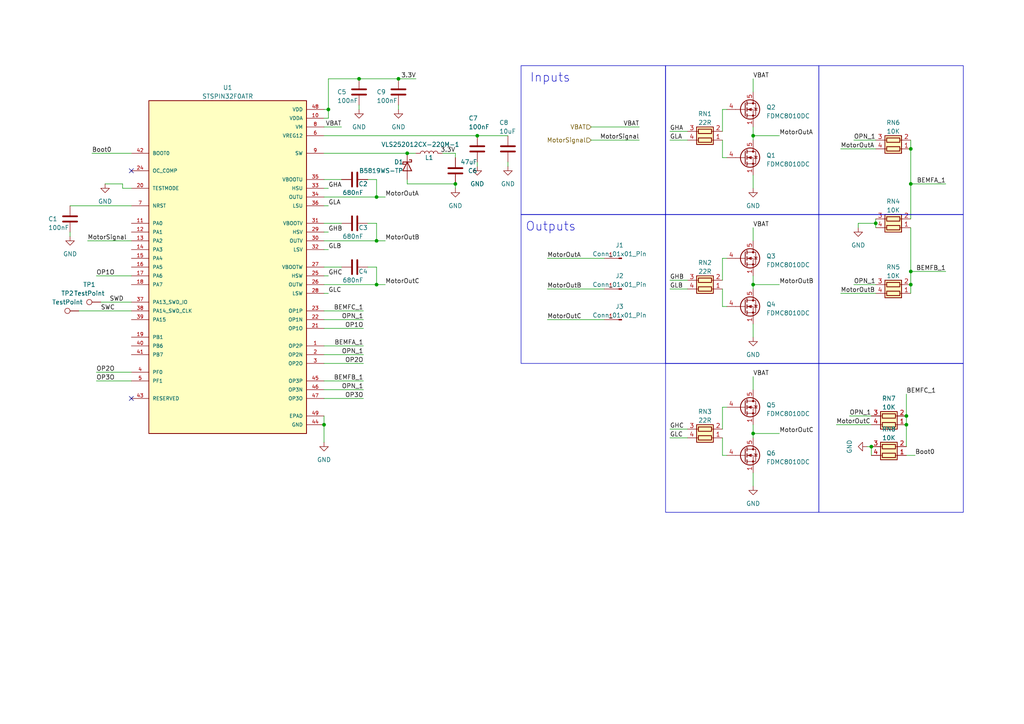
<source format=kicad_sch>
(kicad_sch (version 20230121) (generator eeschema)
  (paper "A4")
  (lib_symbols
    (symbol "Connector:Conn_01x01_Pin" (pin_names (offset 1.016) hide)
      (property "Reference" "J" (at 0 2.54 0))
      (property "Value" "Conn_01x01_Pin" (at 0 -2.54 0))
      (symbol "Conn_01x01_Pin_1_1"
        (polyline (pts (xy 1.27 0) (xy 0.8636 0)) (stroke (width 0.1524)))
        (rectangle (start 0.8636 0.127) (end 0 -0.127) (stroke (width 0.1524)) (fill (type outline)))
        (pin passive line (at 5.08 0 180) (length 3.81) (name "Pin_1") (number "1"))
      )
    )
    (symbol "Connector:TestPoint" (pin_numbers hide) (pin_names (offset 0.762) hide)
      (property "Reference" "TP" (at 0 6.858 0))
      (property "Value" "TestPoint" (at 0 5.08 0))
      (symbol "TestPoint_0_1"
        (circle (center 0 3.302) (radius 0.762))
      )
      (symbol "TestPoint_1_1"
        (pin passive line (at 0 0 90) (length 2.54) (name "1") (number "1"))
      )
    )
    (symbol "Device:C" (pin_numbers hide) (pin_names (offset 0.254))
      (property "Reference" "C" (at 0.635 2.54 0))
      (property "Value" "C" (at 0.635 -2.54 0))
      (symbol "C_0_1"
        (polyline (pts (xy -2.032 -0.762) (xy 2.032 -0.762)) (stroke (width 0.508)))
        (polyline (pts (xy -2.032 0.762) (xy 2.032 0.762)) (stroke (width 0.508)))
      )
      (symbol "C_1_1"
        (pin passive line (at 0 3.81 270) (length 2.794) (name "~") (number "1"))
        (pin passive line (at 0 -3.81 90) (length 2.794) (name "~") (number "2"))
      )
    )
    (symbol "Device:D_Schottky" (pin_numbers hide) (pin_names (offset 1.016) hide)
      (property "Reference" "D" (at 0 2.54 0))
      (property "Value" "D_Schottky" (at 0 -2.54 0))
      (symbol "D_Schottky_0_1"
        (polyline (pts (xy 1.27 0) (xy -1.27 0)))
        (polyline (pts (xy 1.27 1.27) (xy 1.27 -1.27) (xy -1.27 0) (xy 1.27 1.27)) (stroke (width 0.254)))
        (polyline (pts (xy -1.905 0.635) (xy -1.905 1.27) (xy -1.27 1.27) (xy -1.27 -1.27) (xy -0.635 -1.27) (xy -0.635 -0.635)) (stroke (width 0.254)))
      )
      (symbol "D_Schottky_1_1"
        (pin passive line (at -3.81 0 0) (length 2.54) (name "K") (number "1"))
        (pin passive line (at 3.81 0 180) (length 2.54) (name "A") (number "2"))
      )
    )
    (symbol "Device:L" (pin_numbers hide) (pin_names (offset 1.016) hide)
      (property "Reference" "L" (at -1.27 0 90))
      (property "Value" "L" (at 1.905 0 90))
      (symbol "L_0_1"
        (arc (start 0 -2.54) (mid 0.6323 -1.905) (end 0 -1.27))
        (arc (start 0 -1.27) (mid 0.6323 -0.635) (end 0 0))
        (arc (start 0 0) (mid 0.6323 0.635) (end 0 1.27))
        (arc (start 0 1.27) (mid 0.6323 1.905) (end 0 2.54))
      )
      (symbol "L_1_1"
        (pin passive line (at 0 3.81 270) (length 1.27) (name "1") (number "1"))
        (pin passive line (at 0 -3.81 90) (length 1.27) (name "2") (number "2"))
      )
    )
    (symbol "Device:R_Pack02" (pin_names (offset 0) hide)
      (property "Reference" "RN" (at -5.08 0 90))
      (property "Value" "R_Pack02" (at 2.54 0 90))
      (symbol "R_Pack02_0_1"
        (rectangle (start -3.81 -2.413) (end 1.27 2.413) (stroke (width 0.254)) (fill (type background)))
        (rectangle (start -3.175 1.905) (end -1.905 -1.905) (stroke (width 0.254)))
        (rectangle (start -0.635 1.905) (end 0.635 -1.905) (stroke (width 0.254)))
        (polyline (pts (xy -2.54 -2.54) (xy -2.54 -1.905)))
        (polyline (pts (xy -2.54 1.905) (xy -2.54 2.54)))
        (polyline (pts (xy 0 -2.54) (xy 0 -1.905)))
        (polyline (pts (xy 0 1.905) (xy 0 2.54)))
      )
      (symbol "R_Pack02_1_1"
        (pin passive line (at -2.54 -5.08 90) (length 2.54) (name "R1.1") (number "1"))
        (pin passive line (at 0 -5.08 90) (length 2.54) (name "R2.1") (number "2"))
        (pin passive line (at 0 5.08 270) (length 2.54) (name "R2.2") (number "3"))
        (pin passive line (at -2.54 5.08 270) (length 2.54) (name "R1.2") (number "4"))
      )
    )
    (symbol "OpenHW:FDMC8010DC" (pin_names (offset 0) hide)
      (property "Reference" "Q" (at 5.08 1.27 0))
      (property "Value" "FDMC8010DC" (at 5.08 -1.27 0))
      (symbol "FDMC8010DC_0_1"
        (polyline (pts (xy 0.254 0) (xy -2.54 0)))
        (polyline (pts (xy 0.254 1.905) (xy 0.254 -1.905)) (stroke (width 0.254)))
        (polyline (pts (xy 0.762 -1.27) (xy 0.762 -2.286)) (stroke (width 0.254)))
        (polyline (pts (xy 0.762 0.508) (xy 0.762 -0.508)) (stroke (width 0.254)))
        (polyline (pts (xy 0.762 2.286) (xy 0.762 1.27)) (stroke (width 0.254)))
        (polyline (pts (xy 2.54 2.54) (xy 2.54 1.778)))
        (polyline (pts (xy 2.54 -2.54) (xy 2.54 0) (xy 0.762 0)))
        (polyline (pts (xy 0.762 -1.778) (xy 3.302 -1.778) (xy 3.302 1.778) (xy 0.762 1.778)))
        (polyline (pts (xy 1.016 0) (xy 2.032 0.381) (xy 2.032 -0.381) (xy 1.016 0)) (fill (type outline)))
        (polyline (pts (xy 2.794 0.508) (xy 2.921 0.381) (xy 3.683 0.381) (xy 3.81 0.254)))
        (polyline (pts (xy 3.302 0.381) (xy 2.921 -0.254) (xy 3.683 -0.254) (xy 3.302 0.381)))
        (circle (center 1.651 0) (radius 2.794) (stroke (width 0.254)))
        (circle (center 2.54 -1.778) (radius 0.254) (fill (type outline)))
        (circle (center 2.54 1.778) (radius 0.254) (fill (type outline)))
      )
      (symbol "FDMC8010DC_1_1"
        (pin passive line (at 2.54 -5.08 90) (length 2.54) (name "S") (number "1"))
        (pin passive line (at 2.54 -5.08 90) (length 2.54) hide (name "S") (number "2"))
        (pin passive line (at 2.54 -5.08 90) (length 2.54) hide (name "S") (number "3"))
        (pin input line (at -5.08 0 0) (length 2.54) (name "G") (number "4"))
        (pin passive line (at 2.54 5.08 270) (length 2.54) (name "D") (number "5"))
      )
    )
    (symbol "OpenHW:STSPIN32F0ATR" (pin_names (offset 1.016))
      (property "Reference" "U" (at -22.86 49.53 0))
      (property "Value" "STSPIN32F0ATR" (at -22.86 -49.53 0))
      (symbol "STSPIN32F0ATR_0_0"
        (rectangle (start -22.86 -48.26) (end 22.86 48.26) (stroke (width 0.254)) (fill (type background)))
        (pin input line (at 27.94 -22.86 180) (length 5.08) (name "OP2P") (number "1"))
        (pin power_in line (at 27.94 43.18 180) (length 5.08) (name "VDDA") (number "10"))
        (pin bidirectional line (at -27.94 12.7 0) (length 5.08) (name "PA0") (number "11"))
        (pin bidirectional line (at -27.94 10.16 0) (length 5.08) (name "PA1") (number "12"))
        (pin bidirectional line (at -27.94 7.62 0) (length 5.08) (name "PA2") (number "13"))
        (pin bidirectional line (at -27.94 5.08 0) (length 5.08) (name "PA3") (number "14"))
        (pin bidirectional line (at -27.94 2.54 0) (length 5.08) (name "PA4") (number "15"))
        (pin bidirectional line (at -27.94 0 0) (length 5.08) (name "PA5") (number "16"))
        (pin bidirectional line (at -27.94 -2.54 0) (length 5.08) (name "PA6") (number "17"))
        (pin bidirectional line (at -27.94 -5.08 0) (length 5.08) (name "PA7") (number "18"))
        (pin bidirectional line (at -27.94 -20.32 0) (length 5.08) (name "PB1") (number "19"))
        (pin input line (at 27.94 -25.4 180) (length 5.08) (name "OP2N") (number "2"))
        (pin input line (at -27.94 22.86 0) (length 5.08) (name "TESTMODE") (number "20"))
        (pin output line (at 27.94 -17.78 180) (length 5.08) (name "OP1O") (number "21"))
        (pin input line (at 27.94 -15.24 180) (length 5.08) (name "OP1N") (number "22"))
        (pin input line (at 27.94 -12.7 180) (length 5.08) (name "OP1P") (number "23"))
        (pin input line (at -27.94 27.94 0) (length 5.08) (name "OC_COMP") (number "24"))
        (pin output line (at 27.94 -2.54 180) (length 5.08) (name "HSW") (number "25"))
        (pin output line (at 27.94 -5.08 180) (length 5.08) (name "OUTW") (number "26"))
        (pin power_in line (at 27.94 0 180) (length 5.08) (name "VBOOTW") (number "27"))
        (pin output line (at 27.94 -7.62 180) (length 5.08) (name "LSW") (number "28"))
        (pin output line (at 27.94 10.16 180) (length 5.08) (name "HSV") (number "29"))
        (pin output line (at 27.94 -27.94 180) (length 5.08) (name "OP2O") (number "3"))
        (pin output line (at 27.94 7.62 180) (length 5.08) (name "OUTV") (number "30"))
        (pin power_in line (at 27.94 12.7 180) (length 5.08) (name "VBOOTV") (number "31"))
        (pin output line (at 27.94 5.08 180) (length 5.08) (name "LSV") (number "32"))
        (pin output line (at 27.94 22.86 180) (length 5.08) (name "HSU") (number "33"))
        (pin output line (at 27.94 20.32 180) (length 5.08) (name "OUTU") (number "34"))
        (pin power_in line (at 27.94 25.4 180) (length 5.08) (name "VBOOTU") (number "35"))
        (pin output line (at 27.94 17.78 180) (length 5.08) (name "LSU") (number "36"))
        (pin bidirectional line (at -27.94 -10.16 0) (length 5.08) (name "PA13_SWD_IO") (number "37"))
        (pin bidirectional line (at -27.94 -12.7 0) (length 5.08) (name "PA14_SWD_CLK") (number "38"))
        (pin bidirectional line (at -27.94 -15.24 0) (length 5.08) (name "PA15") (number "39"))
        (pin bidirectional line (at -27.94 -30.48 0) (length 5.08) (name "PF0") (number "4"))
        (pin bidirectional line (at -27.94 -22.86 0) (length 5.08) (name "PB6") (number "40"))
        (pin bidirectional line (at -27.94 -25.4 0) (length 5.08) (name "PB7") (number "41"))
        (pin input line (at -27.94 33.02 0) (length 5.08) (name "BOOT0") (number "42"))
        (pin passive line (at -27.94 -38.1 0) (length 5.08) (name "RESERVED") (number "43"))
        (pin power_in line (at 27.94 -45.72 180) (length 5.08) (name "GND") (number "44"))
        (pin input line (at 27.94 -33.02 180) (length 5.08) (name "OP3P") (number "45"))
        (pin input line (at 27.94 -35.56 180) (length 5.08) (name "OP3N") (number "46"))
        (pin output line (at 27.94 -38.1 180) (length 5.08) (name "OP3O") (number "47"))
        (pin power_in line (at 27.94 45.72 180) (length 5.08) (name "VDD") (number "48"))
        (pin power_in line (at 27.94 -43.18 180) (length 5.08) (name "EPAD") (number "49"))
        (pin bidirectional line (at -27.94 -33.02 0) (length 5.08) (name "PF1") (number "5"))
        (pin power_in line (at 27.94 38.1 180) (length 5.08) (name "VREG12") (number "6"))
        (pin bidirectional line (at -27.94 17.78 0) (length 5.08) (name "NRST") (number "7"))
        (pin power_in line (at 27.94 40.64 180) (length 5.08) (name "VM") (number "8"))
        (pin output line (at 27.94 33.02 180) (length 5.08) (name "SW") (number "9"))
      )
    )
    (symbol "power:GND" (power) (pin_names (offset 0))
      (property "Value" "GND" (at 0 -3.81 0))
      (symbol "GND_0_1"
        (polyline (pts (xy 0 0) (xy 0 -1.27) (xy 1.27 -1.27) (xy 0 -2.54) (xy -1.27 -1.27) (xy 0 -1.27)))
      )
      (symbol "GND_1_1"
        (pin power_in line (at 0 0 270) (length 0) hide (name "GND") (number "1"))
      )
    )
  )
  (junction (at 218.44 125.73))
  (junction (at 109.22 82.55))
  (junction (at 95.25 31.75))
  (junction (at 115.57 22.86))
  (junction (at 264.16 43.18))
  (junction (at 104.14 22.86))
  (junction (at 264.16 53.34))
  (junction (at 262.89 120.65))
  (junction (at 109.22 69.85))
  (junction (at 218.44 39.37))
  (junction (at 252.73 129.54))
  (junction (at 264.16 82.55))
  (junction (at 109.22 57.15))
  (junction (at 264.16 78.74))
  (junction (at 93.98 123.19))
  (junction (at 132.08 53.34))
  (junction (at 218.44 82.55))
  (junction (at 118.11 44.45))
  (junction (at 138.43 39.37))
  (junction (at 262.89 123.19))
  (junction (at 254 64.77))
  (no_connect (at 38.1 49.53))
  (no_connect (at 38.1 115.57))
  (wire (pts (xy 209.55 118.11) (xy 210.82 118.11)))
  (wire (pts (xy 106.68 52.07) (xy 109.22 52.07)))
  (wire (pts (xy 95.25 67.31) (xy 93.98 67.31)))
  (wire (pts (xy 105.41 115.57) (xy 93.98 115.57)))
  (wire (pts (xy 93.98 31.75) (xy 95.25 31.75)))
  (wire (pts (xy 247.65 40.64) (xy 254 40.64)))
  (wire (pts (xy 138.43 46.99) (xy 138.43 48.26)))
  (wire (pts (xy 20.32 68.58) (xy 20.32 67.31)))
  (wire (pts (xy 109.22 82.55) (xy 93.98 82.55)))
  (wire (pts (xy 132.08 54.61) (xy 132.08 53.34)))
  (wire (pts (xy 118.11 53.34) (xy 132.08 53.34)))
  (wire (pts (xy 248.92 64.77) (xy 254 64.77)))
  (wire (pts (xy 105.41 92.71) (xy 93.98 92.71)))
  (wire (pts (xy 29.21 87.63) (xy 38.1 87.63)))
  (wire (pts (xy 118.11 44.45) (xy 120.65 44.45)))
  (wire (pts (xy 95.25 22.86) (xy 104.14 22.86)))
  (wire (pts (xy 264.16 78.74) (xy 264.16 82.55)))
  (wire (pts (xy 264.16 82.55) (xy 264.16 85.09)))
  (wire (pts (xy 218.44 39.37) (xy 226.06 39.37)))
  (wire (pts (xy 99.06 64.77) (xy 93.98 64.77)))
  (wire (pts (xy 118.11 44.45) (xy 93.98 44.45)))
  (wire (pts (xy 194.31 124.46) (xy 199.39 124.46)))
  (wire (pts (xy 209.55 45.72) (xy 210.82 45.72)))
  (wire (pts (xy 218.44 22.86) (xy 218.44 26.67)))
  (wire (pts (xy 246.38 120.65) (xy 252.73 120.65)))
  (wire (pts (xy 104.14 22.86) (xy 115.57 22.86)))
  (wire (pts (xy 209.55 124.46) (xy 209.55 118.11)))
  (wire (pts (xy 115.57 31.75) (xy 115.57 30.48)))
  (wire (pts (xy 265.43 132.08) (xy 262.89 132.08)))
  (wire (pts (xy 209.55 81.28) (xy 209.55 74.93)))
  (wire (pts (xy 209.55 132.08) (xy 210.82 132.08)))
  (wire (pts (xy 218.44 80.01) (xy 218.44 82.55)))
  (wire (pts (xy 264.16 43.18) (xy 264.16 53.34)))
  (wire (pts (xy 95.25 34.29) (xy 95.25 31.75)))
  (wire (pts (xy 252.73 129.54) (xy 252.73 132.08)))
  (wire (pts (xy 194.31 81.28) (xy 199.39 81.28)))
  (wire (pts (xy 111.76 82.55) (xy 109.22 82.55)))
  (wire (pts (xy 95.25 22.86) (xy 95.25 31.75)))
  (wire (pts (xy 128.27 44.45) (xy 132.08 44.45)))
  (wire (pts (xy 218.44 97.79) (xy 218.44 93.98)))
  (wire (pts (xy 25.4 69.85) (xy 38.1 69.85)))
  (wire (pts (xy 194.31 127) (xy 199.39 127)))
  (wire (pts (xy 109.22 52.07) (xy 109.22 57.15)))
  (wire (pts (xy 99.06 77.47) (xy 93.98 77.47)))
  (wire (pts (xy 105.41 100.33) (xy 93.98 100.33)))
  (wire (pts (xy 95.25 72.39) (xy 93.98 72.39)))
  (wire (pts (xy 26.67 44.45) (xy 38.1 44.45)))
  (wire (pts (xy 109.22 77.47) (xy 109.22 82.55)))
  (wire (pts (xy 93.98 128.27) (xy 93.98 123.19)))
  (wire (pts (xy 209.55 127) (xy 209.55 132.08)))
  (wire (pts (xy 194.31 38.1) (xy 199.39 38.1)))
  (wire (pts (xy 264.16 66.04) (xy 264.16 78.74)))
  (wire (pts (xy 264.16 53.34) (xy 274.32 53.34)))
  (wire (pts (xy 105.41 113.03) (xy 93.98 113.03)))
  (wire (pts (xy 27.94 110.49) (xy 38.1 110.49)))
  (wire (pts (xy 158.75 74.93) (xy 175.26 74.93)))
  (wire (pts (xy 218.44 125.73) (xy 218.44 127)))
  (wire (pts (xy 218.44 36.83) (xy 218.44 39.37)))
  (wire (pts (xy 218.44 109.22) (xy 218.44 113.03)))
  (wire (pts (xy 27.94 107.95) (xy 38.1 107.95)))
  (wire (pts (xy 248.92 64.77) (xy 248.92 66.04)))
  (wire (pts (xy 247.65 82.55) (xy 254 82.55)))
  (wire (pts (xy 109.22 69.85) (xy 93.98 69.85)))
  (wire (pts (xy 218.44 82.55) (xy 218.44 83.82)))
  (wire (pts (xy 243.84 43.18) (xy 254 43.18)))
  (wire (pts (xy 138.43 39.37) (xy 147.32 39.37)))
  (wire (pts (xy 106.68 64.77) (xy 109.22 64.77)))
  (wire (pts (xy 93.98 39.37) (xy 138.43 39.37)))
  (wire (pts (xy 147.32 46.99) (xy 147.32 48.26)))
  (wire (pts (xy 218.44 54.61) (xy 218.44 50.8)))
  (wire (pts (xy 218.44 66.04) (xy 218.44 69.85)))
  (wire (pts (xy 35.56 53.34) (xy 30.48 53.34)))
  (wire (pts (xy 274.32 78.74) (xy 264.16 78.74)))
  (wire (pts (xy 264.16 53.34) (xy 264.16 63.5)))
  (wire (pts (xy 109.22 64.77) (xy 109.22 69.85)))
  (wire (pts (xy 27.94 80.01) (xy 38.1 80.01)))
  (wire (pts (xy 194.31 40.64) (xy 199.39 40.64)))
  (wire (pts (xy 264.16 40.64) (xy 264.16 43.18)))
  (wire (pts (xy 95.25 80.01) (xy 93.98 80.01)))
  (wire (pts (xy 218.44 39.37) (xy 218.44 40.64)))
  (wire (pts (xy 35.56 54.61) (xy 38.1 54.61)))
  (wire (pts (xy 171.45 40.64) (xy 185.42 40.64)))
  (wire (pts (xy 93.98 34.29) (xy 95.25 34.29)))
  (wire (pts (xy 194.31 83.82) (xy 199.39 83.82)))
  (wire (pts (xy 218.44 82.55) (xy 226.06 82.55)))
  (wire (pts (xy 242.57 123.19) (xy 252.73 123.19)))
  (wire (pts (xy 105.41 95.25) (xy 93.98 95.25)))
  (wire (pts (xy 243.84 85.09) (xy 254 85.09)))
  (wire (pts (xy 252.73 129.54) (xy 251.46 129.54)))
  (wire (pts (xy 118.11 52.07) (xy 118.11 53.34)))
  (wire (pts (xy 99.06 52.07) (xy 93.98 52.07)))
  (wire (pts (xy 106.68 77.47) (xy 109.22 77.47)))
  (wire (pts (xy 95.25 59.69) (xy 93.98 59.69)))
  (wire (pts (xy 95.25 85.09) (xy 93.98 85.09)))
  (wire (pts (xy 93.98 120.65) (xy 93.98 123.19)))
  (wire (pts (xy 132.08 44.45) (xy 132.08 45.72)))
  (wire (pts (xy 209.55 40.64) (xy 209.55 45.72)))
  (wire (pts (xy 105.41 102.87) (xy 93.98 102.87)))
  (wire (pts (xy 209.55 83.82) (xy 209.55 88.9)))
  (wire (pts (xy 111.76 69.85) (xy 109.22 69.85)))
  (wire (pts (xy 254 64.77) (xy 254 63.5)))
  (wire (pts (xy 262.89 114.3) (xy 262.89 120.65)))
  (wire (pts (xy 35.56 53.34) (xy 35.56 54.61)))
  (wire (pts (xy 218.44 140.97) (xy 218.44 137.16)))
  (wire (pts (xy 93.98 57.15) (xy 109.22 57.15)))
  (wire (pts (xy 20.32 59.69) (xy 38.1 59.69)))
  (wire (pts (xy 209.55 88.9) (xy 210.82 88.9)))
  (wire (pts (xy 254 64.77) (xy 254 66.04)))
  (wire (pts (xy 262.89 123.19) (xy 262.89 129.54)))
  (wire (pts (xy 115.57 22.86) (xy 120.65 22.86)))
  (wire (pts (xy 209.55 31.75) (xy 210.82 31.75)))
  (wire (pts (xy 158.75 83.82) (xy 175.26 83.82)))
  (wire (pts (xy 105.41 90.17) (xy 93.98 90.17)))
  (wire (pts (xy 218.44 123.19) (xy 218.44 125.73)))
  (wire (pts (xy 158.75 92.71) (xy 175.26 92.71)))
  (wire (pts (xy 262.89 120.65) (xy 262.89 123.19)))
  (wire (pts (xy 109.22 57.15) (xy 111.76 57.15)))
  (wire (pts (xy 171.45 36.83) (xy 185.42 36.83)))
  (wire (pts (xy 104.14 31.75) (xy 104.14 30.48)))
  (wire (pts (xy 22.86 90.17) (xy 38.1 90.17)))
  (wire (pts (xy 99.06 36.83) (xy 93.98 36.83)))
  (wire (pts (xy 218.44 125.73) (xy 226.06 125.73)))
  (wire (pts (xy 105.41 105.41) (xy 93.98 105.41)))
  (wire (pts (xy 105.41 110.49) (xy 93.98 110.49)))
  (wire (pts (xy 95.25 54.61) (xy 93.98 54.61)))
  (wire (pts (xy 209.55 38.1) (xy 209.55 31.75)))
  (wire (pts (xy 209.55 74.93) (xy 210.82 74.93)))
  (rectangle (start 237.49 19.05) (end 279.4 62.23))
  (rectangle (start 151.13 62.23) (end 193.04 105.41))
  (rectangle (start 151.13 19.05) (end 193.04 62.23))
  (rectangle (start 237.49 62.23) (end 279.4 105.41))
  (rectangle (start 193.04 105.41) (end 237.49 148.59))
  (rectangle (start 237.49 105.41) (end 279.4 148.59))
  (rectangle (start 193.04 19.05) (end 237.49 62.23))
  (rectangle (start 193.04 62.23) (end 237.49 105.41))
  (text "Inputs" (at 153.67 24.13 0) (effects (font (size 2.54 2.54)) (justify left bottom)))
  (text "Outputs" (at 152.4 67.31 0) (effects (font (size 2.54 2.54)) (justify left bottom)))
  (label "GLA" (at 194.31 40.64 0))
  (label "Boot0" (at 265.43 132.08 0))
  (label "VBAT" (at 218.44 22.86 0))
  (label "Boot0" (at 26.67 44.45 0))
  (label "GHB" (at 194.31 81.28 0))
  (label "OPN_1" (at 105.41 113.03 180))
  (label "GLA" (at 95.25 59.69 0))
  (label "OPN_1" (at 105.41 102.87 180))
  (label "GLB" (at 95.25 72.39 0))
  (label "MotorOutA" (at 111.76 57.15 0))
  (label "VBAT" (at 99.06 36.83 180))
  (label "OP3O" (at 27.94 110.49 0))
  (label "MotorOutC" (at 242.57 123.19 0))
  (label "MotorOutA" (at 226.06 39.37 0))
  (label "GHC" (at 194.31 124.46 0))
  (label "GHB" (at 95.25 67.31 0))
  (label "OP3O" (at 105.41 115.57 180))
  (label "GHA" (at 194.31 38.1 0))
  (label "SWD" (at 31.75 87.63 0))
  (label "BEMFB_1" (at 105.41 110.49 180))
  (label "MotorOutC" (at 226.06 125.73 0))
  (label "GLC" (at 194.31 127 0))
  (label "BEMFB_1" (at 274.32 78.74 180))
  (label "MotorOutB" (at 158.75 83.82 0))
  (label "OPN_1" (at 247.65 40.64 0))
  (label "OPN_1" (at 247.65 82.55 0))
  (label "OP2O" (at 27.94 107.95 0))
  (label "BEMFC_1" (at 105.41 90.17 180))
  (label "GHA" (at 95.25 54.61 0))
  (label "VBAT" (at 185.42 36.83 180))
  (label "MotorOutA" (at 243.84 43.18 0))
  (label "GHC" (at 95.25 80.01 0))
  (label "BEMFA_1" (at 105.41 100.33 180))
  (label "SWC" (at 29.21 90.17 0))
  (label "MotorOutA" (at 158.75 74.93 0))
  (label "3.3V" (at 120.65 22.86 180))
  (label "OP2O" (at 105.41 105.41 180))
  (label "GLB" (at 194.31 83.82 0))
  (label "MotorSignal" (at 185.42 40.64 180))
  (label "OP1O" (at 27.94 80.01 0))
  (label "MotorOutC" (at 111.76 82.55 0))
  (label "MotorOutB" (at 243.84 85.09 0))
  (label "MotorOutB" (at 226.06 82.55 0))
  (label "VBAT" (at 218.44 109.22 0))
  (label "GLC" (at 95.25 85.09 0))
  (label "OPN_1" (at 246.38 120.65 0))
  (label "OP1O" (at 105.41 95.25 180))
  (label "MotorOutC" (at 158.75 92.71 0))
  (label "MotorOutB" (at 111.76 69.85 0))
  (label "BEMFC_1" (at 262.89 114.3 0))
  (label "MotorSignal" (at 25.4 69.85 0))
  (label "BEMFA_1" (at 274.32 53.34 180))
  (label "VBAT" (at 218.44 66.04 0))
  (label "3.3V" (at 132.08 44.45 180))
  (label "OPN_1" (at 105.41 92.71 180))
  (hierarchical_label "VBAT" (shape input) (at 171.45 36.83 180))
  (hierarchical_label "MotorSignal" (shape input) (at 171.45 40.64 180))
  (symbol (lib_id "Device:C") (at 20.32 63.5 0) (unit 1)
    (property "Reference" "C1" (at 13.97 63.5 0) (effects (justify left)))
    (property "Value" "100nF" (at 13.97 66.04 0) (effects (justify left)))
    (property "Footprint" "Capacitor_SMD:C_0402_1005Metric" (effects hide))
    (instances (project "Slimmeri_GD32" (path "" (reference "C1") (unit 1)) (path "" (reference "C28") (unit 1))))
  )
  (symbol (lib_id "power:GND") (at 218.44 54.61 0) (unit 1)
    (property "Reference" "#PWR07" (effects hide))
    (property "Value" "GND" (at 218.44 59.69 0))
    (instances (project "Slimmeri_GD32" (path "" (reference "#PWR07") (unit 1)) (path "" (reference "#PWR048") (unit 1))))
  )
  (symbol (lib_id "Device:C") (at 102.87 52.07 90) (unit 1)
    (property "Reference" "C2" (at 106.68 53.34 90) (effects (justify left)))
    (property "Value" "680nF" (at 105.41 55.88 90) (effects (justify left)))
    (property "Footprint" "Capacitor_SMD:C_0603_1608Metric" (effects hide))
    (instances (project "Slimmeri_GD32" (path "" (reference "C2") (unit 1)) (path "" (reference "C29") (unit 1))))
  )
  (symbol (lib_id "Device:C") (at 102.87 77.47 90) (unit 1)
    (property "Reference" "C4" (at 106.68 78.74 90) (effects (justify left)))
    (property "Value" "680nF" (at 105.41 81.28 90) (effects (justify left)))
    (property "Footprint" "Capacitor_SMD:C_0603_1608Metric" (effects hide))
    (instances (project "Slimmeri_GD32" (path "" (reference "C4") (unit 1)) (path "" (reference "C31") (unit 1))))
  )
  (symbol (lib_id "Connector:Conn_01x01_Pin") (at 180.34 74.93 180) (unit 1)
    (property "Reference" "J1" (at 179.705 71.12 0))
    (property "Value" "Conn_01x01_Pin" (at 179.705 73.66 0))
    (property "Footprint" "OpenHW:MotorPad" (effects hide))
    (instances (project "Slimmeri_GD32" (path "" (reference "J1") (unit 1)) (path "" (reference "J10") (unit 1))))
  )
  (symbol (lib_id "Connector:Conn_01x01_Pin") (at 180.34 83.82 180) (unit 1)
    (property "Reference" "J2" (at 179.705 80.01 0))
    (property "Value" "Conn_01x01_Pin" (at 179.705 82.55 0))
    (property "Footprint" "OpenHW:MotorPad" (effects hide))
    (instances (project "Slimmeri_GD32" (path "" (reference "J2") (unit 1)) (path "" (reference "J11") (unit 1))))
  )
  (symbol (lib_id "Device:R_Pack02") (at 204.47 38.1 90) (unit 1)
    (property "Reference" "RN1" (at 204.47 33.02 90))
    (property "Value" "22R" (at 204.47 35.56 90))
    (property "Footprint" "OpenHW:R_Array_Slim_2x0402" (effects hide))
    (instances (project "Slimmeri_GD32" (path "" (reference "RN1") (unit 1)) (path "" (reference "RN25") (unit 1))))
  )
  (symbol (lib_id "power:GND") (at 218.44 140.97 0) (unit 1)
    (property "Reference" "#PWR09" (effects hide))
    (property "Value" "GND" (at 218.44 146.05 0))
    (instances (project "Slimmeri_GD32" (path "" (reference "#PWR09") (unit 1)) (path "" (reference "#PWR050") (unit 1))))
  )
  (symbol (lib_id "power:GND") (at 20.32 68.58 0) (unit 1)
    (property "Reference" "#PWR06" (effects hide))
    (property "Value" "GND" (at 20.32 73.66 0))
    (instances (project "Slimmeri_GD32" (path "" (reference "#PWR06") (unit 1)) (path "" (reference "#PWR040") (unit 1))))
  )
  (symbol (lib_id "OpenHW:FDMC8010DC") (at 215.9 31.75 0) (unit 1)
    (property "Reference" "Q2" (at 222.25 31.115 0) (effects (justify left)))
    (property "Value" "FDMC8010DC" (at 222.25 33.655 0) (effects (justify left)))
    (property "Footprint" "OpenHW:TRANS_FDMC8010DC" (effects hide))
    (property "Datasheet" "https://datasheet.lcsc.com/lcsc/2005271103_onsemi-FDMC8010DC_C555489.pdf" (effects hide))
    (property "LCSC" "https://www.lcsc.com/product-detail/MOSFETs_onsemi-FDMC8010DC_C555489.html" (effects hide))
    (instances (project "Slimmeri_GD32" (path "" (reference "Q2") (unit 1)) (path "" (reference "Q19") (unit 1))))
  )
  (symbol (lib_id "Connector:TestPoint") (at 22.86 90.17 90) (unit 1)
    (property "Reference" "TP2" (at 19.558 85.09 90))
    (property "Value" "TestPoint" (at 19.558 87.63 90))
    (property "Footprint" "TestPoint:TestPoint_Pad_2.0x2.0mm" (effects hide))
    (instances (project "Slimmeri_GD32" (path "" (reference "TP2") (unit 1)) (path "" (reference "TP7") (unit 1))))
  )
  (symbol (lib_id "power:GND") (at 93.98 128.27 0) (unit 1)
    (property "Reference" "#PWR04" (effects hide))
    (property "Value" "GND" (at 93.98 133.35 0))
    (instances (project "Slimmeri_GD32" (path "" (reference "#PWR04") (unit 1)) (path "" (reference "#PWR042") (unit 1))))
  )
  (symbol (lib_id "Device:R_Pack02") (at 259.08 82.55 90) (unit 1)
    (property "Reference" "RN5" (at 259.08 77.47 90))
    (property "Value" "10K" (at 259.08 80.01 90))
    (property "Footprint" "OpenHW:R_Array_Slim_2x0402" (effects hide))
    (instances (project "Slimmeri_GD32" (path "" (reference "RN5") (unit 1)) (path "" (reference "RN32") (unit 1))))
  )
  (symbol (lib_id "power:GND") (at 30.48 53.34 0) (unit 1)
    (property "Reference" "#PWR014" (effects hide))
    (property "Value" "GND" (at 30.48 58.42 0))
    (instances (project "Slimmeri_GD32" (path "" (reference "#PWR014") (unit 1)) (path "" (reference "#PWR041") (unit 1))))
  )
  (symbol (lib_id "Device:R_Pack02") (at 257.81 120.65 90) (unit 1)
    (property "Reference" "RN7" (at 257.81 115.57 90))
    (property "Value" "10K" (at 257.81 118.11 90))
    (property "Footprint" "OpenHW:R_Array_Slim_2x0402" (effects hide))
    (instances (project "Slimmeri_GD32" (path "" (reference "RN7") (unit 1)) (path "" (reference "RN28") (unit 1))))
  )
  (symbol (lib_id "power:GND") (at 104.14 31.75 0) (unit 1)
    (property "Reference" "#PWR010" (effects hide))
    (property "Value" "GND" (at 104.14 36.83 0))
    (instances (project "Slimmeri_GD32" (path "" (reference "#PWR010") (unit 1)) (path "" (reference "#PWR043") (unit 1))))
  )
  (symbol (lib_id "Device:R_Pack02") (at 204.47 81.28 90) (unit 1)
    (property "Reference" "RN2" (at 204.47 76.2 90))
    (property "Value" "22R" (at 204.47 78.74 90))
    (property "Footprint" "OpenHW:R_Array_Slim_2x0402" (effects hide))
    (instances (project "Slimmeri_GD32" (path "" (reference "RN2") (unit 1)) (path "" (reference "RN26") (unit 1))))
  )
  (symbol (lib_id "Device:C") (at 132.08 49.53 180) (unit 1)
    (property "Reference" "C6" (at 138.43 49.53 0) (effects (justify left)))
    (property "Value" "47uF" (at 138.43 46.99 0) (effects (justify left)))
    (property "Footprint" "Capacitor_SMD:C_1206_3216Metric" (effects hide))
    (instances (project "Slimmeri_GD32" (path "" (reference "C6") (unit 1)) (path "" (reference "C34") (unit 1))))
  )
  (symbol (lib_id "Connector:Conn_01x01_Pin") (at 180.34 92.71 180) (unit 1)
    (property "Reference" "J3" (at 179.705 88.9 0))
    (property "Value" "Conn_01x01_Pin" (at 179.705 91.44 0))
    (property "Footprint" "OpenHW:MotorPad" (effects hide))
    (instances (project "Slimmeri_GD32" (path "" (reference "J3") (unit 1)) (path "" (reference "J12") (unit 1))))
  )
  (symbol (lib_id "Device:R_Pack02") (at 204.47 124.46 90) (unit 1)
    (property "Reference" "RN3" (at 204.47 119.38 90))
    (property "Value" "22R" (at 204.47 121.92 90))
    (property "Footprint" "OpenHW:R_Array_Slim_2x0402" (effects hide))
    (instances (project "Slimmeri_GD32" (path "" (reference "RN3") (unit 1)) (path "" (reference "RN27") (unit 1))))
  )
  (symbol (lib_id "power:GND") (at 115.57 31.75 0) (unit 1)
    (property "Reference" "#PWR011" (effects hide))
    (property "Value" "GND" (at 115.57 36.83 0))
    (instances (project "Slimmeri_GD32" (path "" (reference "#PWR011") (unit 1)) (path "" (reference "#PWR044") (unit 1))))
  )
  (symbol (lib_id "Device:C") (at 147.32 43.18 0) (unit 1)
    (property "Reference" "C8" (at 144.78 35.56 0) (effects (justify left)))
    (property "Value" "10uF" (at 144.78 38.1 0) (effects (justify left)))
    (property "Footprint" "Capacitor_SMD:C_0603_1608Metric" (effects hide))
    (instances (project "Slimmeri_GD32" (path "" (reference "C8") (unit 1)) (path "" (reference "C36") (unit 1))))
  )
  (symbol (lib_id "power:GND") (at 147.32 48.26 0) (unit 1)
    (property "Reference" "#PWR013" (effects hide))
    (property "Value" "GND" (at 147.32 53.34 0))
    (instances (project "Slimmeri_GD32" (path "" (reference "#PWR013") (unit 1)) (path "" (reference "#PWR047") (unit 1))))
  )
  (symbol (lib_id "Device:C") (at 115.57 26.67 0) (unit 1)
    (property "Reference" "C9" (at 109.22 26.67 0) (effects (justify left)))
    (property "Value" "100nF" (at 109.22 29.21 0) (effects (justify left)))
    (property "Footprint" "Capacitor_SMD:C_0402_1005Metric" (effects hide))
    (instances (project "Slimmeri_GD32" (path "" (reference "C9") (unit 1)) (path "" (reference "C33") (unit 1))))
  )
  (symbol (lib_id "OpenHW:FDMC8010DC") (at 215.9 118.11 0) (unit 1)
    (property "Reference" "Q5" (at 222.25 117.475 0) (effects (justify left)))
    (property "Value" "FDMC8010DC" (at 222.25 120.015 0) (effects (justify left)))
    (property "Footprint" "OpenHW:TRANS_FDMC8010DC" (effects hide))
    (property "Datasheet" "https://datasheet.lcsc.com/lcsc/2005271103_onsemi-FDMC8010DC_C555489.pdf" (effects hide))
    (property "LCSC" "https://www.lcsc.com/product-detail/MOSFETs_onsemi-FDMC8010DC_C555489.html" (effects hide))
    (instances (project "Slimmeri_GD32" (path "" (reference "Q5") (unit 1)) (path "" (reference "Q23") (unit 1))))
  )
  (symbol (lib_id "OpenHW:FDMC8010DC") (at 215.9 88.9 0) (unit 1)
    (property "Reference" "Q4" (at 222.25 88.265 0) (effects (justify left)))
    (property "Value" "FDMC8010DC" (at 222.25 90.805 0) (effects (justify left)))
    (property "Footprint" "OpenHW:TRANS_FDMC8010DC" (effects hide))
    (property "Datasheet" "https://datasheet.lcsc.com/lcsc/2005271103_onsemi-FDMC8010DC_C555489.pdf" (effects hide))
    (property "LCSC" "https://www.lcsc.com/product-detail/MOSFETs_onsemi-FDMC8010DC_C555489.html" (effects hide))
    (instances (project "Slimmeri_GD32" (path "" (reference "Q4") (unit 1)) (path "" (reference "Q22") (unit 1))))
  )
  (symbol (lib_id "Device:D_Schottky") (at 118.11 48.26 270) (unit 1)
    (property "Reference" "D1" (at 114.3 46.99 90) (effects (justify left)))
    (property "Value" "B5819WS-TP" (at 104.14 49.53 90) (effects (justify left)))
    (property "Footprint" "Diode_SMD:D_SOD-323" (effects hide))
    (instances (project "Slimmeri_GD32" (path "" (reference "D1") (unit 1)) (path "" (reference "D4") (unit 1))))
  )
  (symbol (lib_id "Device:C") (at 102.87 64.77 90) (unit 1)
    (property "Reference" "C3" (at 106.68 66.04 90) (effects (justify left)))
    (property "Value" "680nF" (at 105.41 68.58 90) (effects (justify left)))
    (property "Footprint" "Capacitor_SMD:C_0603_1608Metric" (effects hide))
    (instances (project "Slimmeri_GD32" (path "" (reference "C3") (unit 1)) (path "" (reference "C30") (unit 1))))
  )
  (symbol (lib_id "power:GND") (at 132.08 54.61 0) (unit 1)
    (property "Reference" "#PWR015" (effects hide))
    (property "Value" "GND" (at 132.08 59.69 0))
    (instances (project "Slimmeri_GD32" (path "" (reference "#PWR015") (unit 1)) (path "" (reference "#PWR045") (unit 1))))
  )
  (symbol (lib_id "OpenHW:FDMC8010DC") (at 215.9 74.93 0) (unit 1)
    (property "Reference" "Q3" (at 222.25 74.295 0) (effects (justify left)))
    (property "Value" "FDMC8010DC" (at 222.25 76.835 0) (effects (justify left)))
    (property "Footprint" "OpenHW:TRANS_FDMC8010DC" (effects hide))
    (property "Datasheet" "https://datasheet.lcsc.com/lcsc/2005271103_onsemi-FDMC8010DC_C555489.pdf" (effects hide))
    (property "LCSC" "https://www.lcsc.com/product-detail/MOSFETs_onsemi-FDMC8010DC_C555489.html" (effects hide))
    (instances (project "Slimmeri_GD32" (path "" (reference "Q3") (unit 1)) (path "" (reference "Q21") (unit 1))))
  )
  (symbol (lib_id "Connector:TestPoint") (at 29.21 87.63 90) (unit 1)
    (property "Reference" "TP1" (at 25.908 82.55 90))
    (property "Value" "TestPoint" (at 25.908 85.09 90))
    (property "Footprint" "TestPoint:TestPoint_Pad_2.0x2.0mm" (effects hide))
    (instances (project "Slimmeri_GD32" (path "" (reference "TP1") (unit 1)) (path "" (reference "TP8") (unit 1))))
  )
  (symbol (lib_id "Device:C") (at 138.43 43.18 0) (unit 1)
    (property "Reference" "C7" (at 135.89 34.29 0) (effects (justify left)))
    (property "Value" "100nF" (at 135.89 36.83 0) (effects (justify left)))
    (property "Footprint" "Capacitor_SMD:C_0402_1005Metric" (effects hide))
    (instances (project "Slimmeri_GD32" (path "" (reference "C7") (unit 1)) (path "" (reference "C35") (unit 1))))
  )
  (symbol (lib_id "power:GND") (at 248.92 66.04 0) (unit 1)
    (property "Reference" "#PWR02" (effects hide))
    (property "Value" "GND" (at 248.92 71.12 0))
    (instances (project "Slimmeri_GD32" (path "" (reference "#PWR02") (unit 1)) (path "" (reference "#PWR051") (unit 1))))
  )
  (symbol (lib_id "OpenHW:STSPIN32F0ATR") (at 66.04 77.47 0) (unit 1)
    (property "Reference" "U1" (at 66.04 25.4 0))
    (property "Value" "STSPIN32F0ATR" (at 66.04 27.94 0))
    (property "Footprint" "IC_STSPIN32F0ATR" (effects hide))
    (property "PARTREV" "2" (effects hide))
    (property "STANDARD" "Manufacturer Recommendations" (effects hide))
    (property "SNAPEDA_PN" "STSPIN32F0ATR" (effects hide))
    (property "MAXIMUM_PACKAGE_HEIGHT" "1.1 mm" (effects hide))
    (property "MANUFACTURER" "STMicroelectronics" (effects hide))
    (instances (project "Slimmeri_GD32" (path "" (reference "U1") (unit 1)) (path "" (reference "U4") (unit 1))))
  )
  (symbol (lib_id "Device:R_Pack02") (at 259.08 40.64 90) (unit 1)
    (property "Reference" "RN6" (at 259.08 35.56 90))
    (property "Value" "10K" (at 259.08 38.1 90))
    (property "Footprint" "OpenHW:R_Array_Slim_2x0402" (effects hide))
    (instances (project "Slimmeri_GD32" (path "" (reference "RN6") (unit 1)) (path "" (reference "RN30") (unit 1))))
  )
  (symbol (lib_id "power:GND") (at 138.43 48.26 0) (unit 1)
    (property "Reference" "#PWR012" (effects hide))
    (property "Value" "GND" (at 138.43 53.34 0))
    (instances (project "Slimmeri_GD32" (path "" (reference "#PWR012") (unit 1)) (path "" (reference "#PWR046") (unit 1))))
  )
  (symbol (lib_id "Device:L") (at 124.46 44.45 90) (unit 1)
    (property "Reference" "L1" (at 124.46 45.72 90))
    (property "Value" "VLS252012CX-220M-1" (at 121.92 41.91 90))
    (property "Footprint" "Inductor_SMD:L_1008_2520Metric" (effects hide))
    (instances (project "Slimmeri_GD32" (path "" (reference "L1") (unit 1)) (path "" (reference "L4") (unit 1))))
  )
  (symbol (lib_id "OpenHW:FDMC8010DC") (at 215.9 45.72 0) (unit 1)
    (property "Reference" "Q1" (at 222.25 45.085 0) (effects (justify left)))
    (property "Value" "FDMC8010DC" (at 222.25 47.625 0) (effects (justify left)))
    (property "Footprint" "OpenHW:TRANS_FDMC8010DC" (effects hide))
    (property "Datasheet" "https://datasheet.lcsc.com/lcsc/2005271103_onsemi-FDMC8010DC_C555489.pdf" (effects hide))
    (property "LCSC" "https://www.lcsc.com/product-detail/MOSFETs_onsemi-FDMC8010DC_C555489.html" (effects hide))
    (instances (project "Slimmeri_GD32" (path "" (reference "Q1") (unit 1)) (path "" (reference "Q20") (unit 1))))
  )
  (symbol (lib_id "Device:R_Pack02") (at 259.08 63.5 90) (unit 1)
    (property "Reference" "RN4" (at 259.08 58.42 90))
    (property "Value" "10K" (at 259.08 60.96 90))
    (property "Footprint" "OpenHW:R_Array_Slim_2x0402" (effects hide))
    (instances (project "Slimmeri_GD32" (path "" (reference "RN4") (unit 1)) (path "" (reference "RN31") (unit 1))))
  )
  (symbol (lib_id "Device:R_Pack02") (at 257.81 129.54 90) (unit 1)
    (property "Reference" "RN8" (at 257.81 124.46 90))
    (property "Value" "10K" (at 257.81 127 90))
    (property "Footprint" "OpenHW:R_Array_Slim_2x0402" (effects hide))
    (instances (project "Slimmeri_GD32" (path "" (reference "RN8") (unit 1)) (path "" (reference "RN29") (unit 1))))
  )
  (symbol (lib_id "Device:C") (at 104.14 26.67 0) (unit 1)
    (property "Reference" "C5" (at 97.79 26.67 0) (effects (justify left)))
    (property "Value" "100nF" (at 97.79 29.21 0) (effects (justify left)))
    (property "Footprint" "Capacitor_SMD:C_0402_1005Metric" (effects hide))
    (instances (project "Slimmeri_GD32" (path "" (reference "C5") (unit 1)) (path "" (reference "C32") (unit 1))))
  )
  (symbol (lib_id "power:GND") (at 218.44 97.79 0) (unit 1)
    (property "Reference" "#PWR08" (effects hide))
    (property "Value" "GND" (at 218.44 102.87 0))
    (instances (project "Slimmeri_GD32" (path "" (reference "#PWR08") (unit 1)) (path "" (reference "#PWR049") (unit 1))))
  )
  (symbol (lib_id "OpenHW:FDMC8010DC") (at 215.9 132.08 0) (unit 1)
    (property "Reference" "Q6" (at 222.25 131.445 0) (effects (justify left)))
    (property "Value" "FDMC8010DC" (at 222.25 133.985 0) (effects (justify left)))
    (property "Footprint" "OpenHW:TRANS_FDMC8010DC" (effects hide))
    (property "Datasheet" "https://datasheet.lcsc.com/lcsc/2005271103_onsemi-FDMC8010DC_C555489.pdf" (effects hide))
    (property "LCSC" "https://www.lcsc.com/product-detail/MOSFETs_onsemi-FDMC8010DC_C555489.html" (effects hide))
    (instances (project "Slimmeri_GD32" (path "" (reference "Q6") (unit 1)) (path "" (reference "Q24") (unit 1))))
  )
  (symbol (lib_id "power:GND") (at 251.46 129.54 270) (unit 1)
    (property "Reference" "#PWR01" (effects hide))
    (property "Value" "GND" (at 246.38 129.54 0))
    (instances (project "Slimmeri_GD32" (path "" (reference "#PWR01") (unit 1)) (path "" (reference "#PWR052") (unit 1))))
  )
)
</source>
